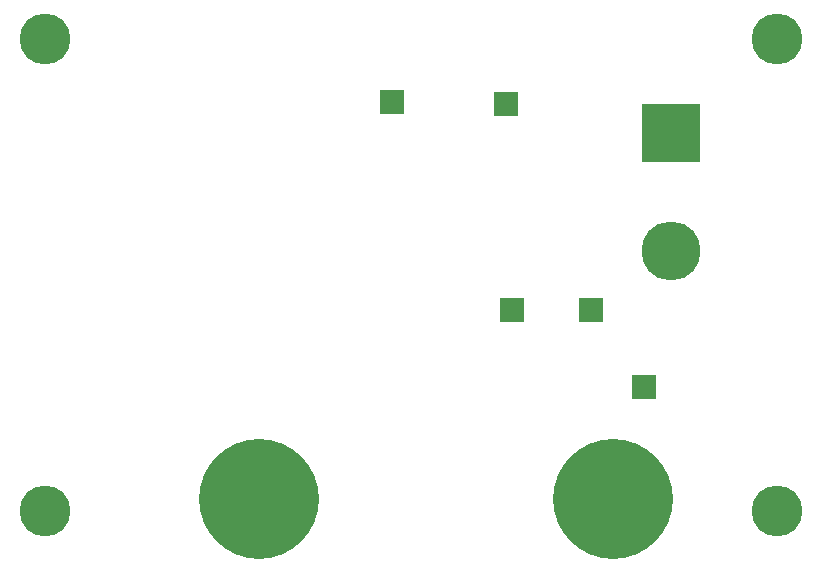
<source format=gbr>
%TF.GenerationSoftware,KiCad,Pcbnew,(6.0.8)*%
%TF.CreationDate,2023-02-08T15:19:57+01:00*%
%TF.ProjectId,power supply prototype,706f7765-7220-4737-9570-706c79207072,rev?*%
%TF.SameCoordinates,Original*%
%TF.FileFunction,Soldermask,Bot*%
%TF.FilePolarity,Negative*%
%FSLAX46Y46*%
G04 Gerber Fmt 4.6, Leading zero omitted, Abs format (unit mm)*
G04 Created by KiCad (PCBNEW (6.0.8)) date 2023-02-08 15:19:57*
%MOMM*%
%LPD*%
G01*
G04 APERTURE LIST*
%ADD10R,2.000000X2.000000*%
%ADD11C,4.300000*%
%ADD12R,5.000000X5.000000*%
%ADD13O,5.000000X5.000000*%
%ADD14C,10.160000*%
G04 APERTURE END LIST*
D10*
%TO.C,TP4*%
X134400000Y-78400000D03*
%TD*%
D11*
%TO.C,H2*%
X105000000Y-73000000D03*
%TD*%
%TO.C,H1*%
X167000000Y-113000000D03*
%TD*%
D10*
%TO.C,TP1*%
X144000000Y-78500000D03*
%TD*%
D11*
%TO.C,H3*%
X167000000Y-73000000D03*
%TD*%
D10*
%TO.C,TP5*%
X144500000Y-96000000D03*
%TD*%
%TO.C,TP3*%
X155750000Y-102500000D03*
%TD*%
%TO.C,TP2*%
X151200000Y-96000000D03*
%TD*%
D11*
%TO.C,H4*%
X105000000Y-113000000D03*
%TD*%
D12*
%TO.C,XT60*%
X158000000Y-81000000D03*
D13*
X158000000Y-91000000D03*
%TD*%
D14*
%TO.C,J1*%
X153100000Y-112000000D03*
X123130000Y-112000000D03*
%TD*%
M02*

</source>
